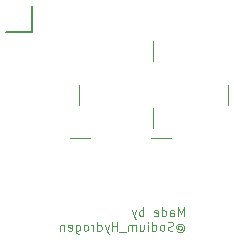
<source format=gbr>
G04 #@! TF.FileFunction,Legend,Bot*
%FSLAX46Y46*%
G04 Gerber Fmt 4.6, Leading zero omitted, Abs format (unit mm)*
G04 Created by KiCad (PCBNEW 4.0.7-e2-6376~61~ubuntu18.04.1) date Fri Aug 17 14:47:14 2018*
%MOMM*%
%LPD*%
G01*
G04 APERTURE LIST*
%ADD10C,0.100000*%
%ADD11C,0.120000*%
%ADD12C,0.150000*%
G04 APERTURE END LIST*
D10*
X153724629Y-113010786D02*
X153724629Y-112260786D01*
X153474629Y-112796500D01*
X153224629Y-112260786D01*
X153224629Y-113010786D01*
X152546057Y-113010786D02*
X152546057Y-112617929D01*
X152581771Y-112546500D01*
X152653200Y-112510786D01*
X152796057Y-112510786D01*
X152867486Y-112546500D01*
X152546057Y-112975071D02*
X152617486Y-113010786D01*
X152796057Y-113010786D01*
X152867486Y-112975071D01*
X152903200Y-112903643D01*
X152903200Y-112832214D01*
X152867486Y-112760786D01*
X152796057Y-112725071D01*
X152617486Y-112725071D01*
X152546057Y-112689357D01*
X151867486Y-113010786D02*
X151867486Y-112260786D01*
X151867486Y-112975071D02*
X151938915Y-113010786D01*
X152081772Y-113010786D01*
X152153200Y-112975071D01*
X152188915Y-112939357D01*
X152224629Y-112867929D01*
X152224629Y-112653643D01*
X152188915Y-112582214D01*
X152153200Y-112546500D01*
X152081772Y-112510786D01*
X151938915Y-112510786D01*
X151867486Y-112546500D01*
X151224629Y-112975071D02*
X151296058Y-113010786D01*
X151438915Y-113010786D01*
X151510344Y-112975071D01*
X151546058Y-112903643D01*
X151546058Y-112617929D01*
X151510344Y-112546500D01*
X151438915Y-112510786D01*
X151296058Y-112510786D01*
X151224629Y-112546500D01*
X151188915Y-112617929D01*
X151188915Y-112689357D01*
X151546058Y-112760786D01*
X150296058Y-113010786D02*
X150296058Y-112260786D01*
X150296058Y-112546500D02*
X150224629Y-112510786D01*
X150081772Y-112510786D01*
X150010343Y-112546500D01*
X149974629Y-112582214D01*
X149938915Y-112653643D01*
X149938915Y-112867929D01*
X149974629Y-112939357D01*
X150010343Y-112975071D01*
X150081772Y-113010786D01*
X150224629Y-113010786D01*
X150296058Y-112975071D01*
X149688915Y-112510786D02*
X149510344Y-113010786D01*
X149331772Y-112510786D02*
X149510344Y-113010786D01*
X149581772Y-113189357D01*
X149617487Y-113225071D01*
X149688915Y-113260786D01*
X153260343Y-113878643D02*
X153296057Y-113842929D01*
X153367486Y-113807214D01*
X153438914Y-113807214D01*
X153510343Y-113842929D01*
X153546057Y-113878643D01*
X153581771Y-113950071D01*
X153581771Y-114021500D01*
X153546057Y-114092929D01*
X153510343Y-114128643D01*
X153438914Y-114164357D01*
X153367486Y-114164357D01*
X153296057Y-114128643D01*
X153260343Y-114092929D01*
X153260343Y-113807214D02*
X153260343Y-114092929D01*
X153224629Y-114128643D01*
X153188914Y-114128643D01*
X153117486Y-114092929D01*
X153081771Y-114021500D01*
X153081771Y-113842929D01*
X153153200Y-113735786D01*
X153260343Y-113664357D01*
X153403200Y-113628643D01*
X153546057Y-113664357D01*
X153653200Y-113735786D01*
X153724629Y-113842929D01*
X153760343Y-113985786D01*
X153724629Y-114128643D01*
X153653200Y-114235786D01*
X153546057Y-114307214D01*
X153403200Y-114342929D01*
X153260343Y-114307214D01*
X153153200Y-114235786D01*
X152796057Y-114200071D02*
X152688914Y-114235786D01*
X152510343Y-114235786D01*
X152438914Y-114200071D01*
X152403200Y-114164357D01*
X152367485Y-114092929D01*
X152367485Y-114021500D01*
X152403200Y-113950071D01*
X152438914Y-113914357D01*
X152510343Y-113878643D01*
X152653200Y-113842929D01*
X152724628Y-113807214D01*
X152760343Y-113771500D01*
X152796057Y-113700071D01*
X152796057Y-113628643D01*
X152760343Y-113557214D01*
X152724628Y-113521500D01*
X152653200Y-113485786D01*
X152474628Y-113485786D01*
X152367485Y-113521500D01*
X151938914Y-114235786D02*
X152010342Y-114200071D01*
X152046057Y-114164357D01*
X152081771Y-114092929D01*
X152081771Y-113878643D01*
X152046057Y-113807214D01*
X152010342Y-113771500D01*
X151938914Y-113735786D01*
X151831771Y-113735786D01*
X151760342Y-113771500D01*
X151724628Y-113807214D01*
X151688914Y-113878643D01*
X151688914Y-114092929D01*
X151724628Y-114164357D01*
X151760342Y-114200071D01*
X151831771Y-114235786D01*
X151938914Y-114235786D01*
X151046057Y-114235786D02*
X151046057Y-113485786D01*
X151046057Y-114200071D02*
X151117486Y-114235786D01*
X151260343Y-114235786D01*
X151331771Y-114200071D01*
X151367486Y-114164357D01*
X151403200Y-114092929D01*
X151403200Y-113878643D01*
X151367486Y-113807214D01*
X151331771Y-113771500D01*
X151260343Y-113735786D01*
X151117486Y-113735786D01*
X151046057Y-113771500D01*
X150688915Y-114235786D02*
X150688915Y-113735786D01*
X150688915Y-113485786D02*
X150724629Y-113521500D01*
X150688915Y-113557214D01*
X150653200Y-113521500D01*
X150688915Y-113485786D01*
X150688915Y-113557214D01*
X150010343Y-113735786D02*
X150010343Y-114235786D01*
X150331772Y-113735786D02*
X150331772Y-114128643D01*
X150296057Y-114200071D01*
X150224629Y-114235786D01*
X150117486Y-114235786D01*
X150046057Y-114200071D01*
X150010343Y-114164357D01*
X149653201Y-114235786D02*
X149653201Y-113735786D01*
X149653201Y-113807214D02*
X149617486Y-113771500D01*
X149546058Y-113735786D01*
X149438915Y-113735786D01*
X149367486Y-113771500D01*
X149331772Y-113842929D01*
X149331772Y-114235786D01*
X149331772Y-113842929D02*
X149296058Y-113771500D01*
X149224629Y-113735786D01*
X149117486Y-113735786D01*
X149046058Y-113771500D01*
X149010343Y-113842929D01*
X149010343Y-114235786D01*
X148831772Y-114307214D02*
X148260343Y-114307214D01*
X148081772Y-114235786D02*
X148081772Y-113485786D01*
X148081772Y-113842929D02*
X147653200Y-113842929D01*
X147653200Y-114235786D02*
X147653200Y-113485786D01*
X147367486Y-113735786D02*
X147188915Y-114235786D01*
X147010343Y-113735786D02*
X147188915Y-114235786D01*
X147260343Y-114414357D01*
X147296058Y-114450071D01*
X147367486Y-114485786D01*
X146403200Y-114235786D02*
X146403200Y-113485786D01*
X146403200Y-114200071D02*
X146474629Y-114235786D01*
X146617486Y-114235786D01*
X146688914Y-114200071D01*
X146724629Y-114164357D01*
X146760343Y-114092929D01*
X146760343Y-113878643D01*
X146724629Y-113807214D01*
X146688914Y-113771500D01*
X146617486Y-113735786D01*
X146474629Y-113735786D01*
X146403200Y-113771500D01*
X146046058Y-114235786D02*
X146046058Y-113735786D01*
X146046058Y-113878643D02*
X146010343Y-113807214D01*
X145974629Y-113771500D01*
X145903200Y-113735786D01*
X145831772Y-113735786D01*
X145474629Y-114235786D02*
X145546057Y-114200071D01*
X145581772Y-114164357D01*
X145617486Y-114092929D01*
X145617486Y-113878643D01*
X145581772Y-113807214D01*
X145546057Y-113771500D01*
X145474629Y-113735786D01*
X145367486Y-113735786D01*
X145296057Y-113771500D01*
X145260343Y-113807214D01*
X145224629Y-113878643D01*
X145224629Y-114092929D01*
X145260343Y-114164357D01*
X145296057Y-114200071D01*
X145367486Y-114235786D01*
X145474629Y-114235786D01*
X144581772Y-113735786D02*
X144581772Y-114342929D01*
X144617486Y-114414357D01*
X144653201Y-114450071D01*
X144724629Y-114485786D01*
X144831772Y-114485786D01*
X144903201Y-114450071D01*
X144581772Y-114200071D02*
X144653201Y-114235786D01*
X144796058Y-114235786D01*
X144867486Y-114200071D01*
X144903201Y-114164357D01*
X144938915Y-114092929D01*
X144938915Y-113878643D01*
X144903201Y-113807214D01*
X144867486Y-113771500D01*
X144796058Y-113735786D01*
X144653201Y-113735786D01*
X144581772Y-113771500D01*
X143938915Y-114200071D02*
X144010344Y-114235786D01*
X144153201Y-114235786D01*
X144224630Y-114200071D01*
X144260344Y-114128643D01*
X144260344Y-113842929D01*
X144224630Y-113771500D01*
X144153201Y-113735786D01*
X144010344Y-113735786D01*
X143938915Y-113771500D01*
X143903201Y-113842929D01*
X143903201Y-113914357D01*
X144260344Y-113985786D01*
X143581773Y-113735786D02*
X143581773Y-114235786D01*
X143581773Y-113807214D02*
X143546058Y-113771500D01*
X143474630Y-113735786D01*
X143367487Y-113735786D01*
X143296058Y-113771500D01*
X143260344Y-113842929D01*
X143260344Y-114235786D01*
D11*
X150970400Y-106416800D02*
X152670400Y-106416800D01*
X144112400Y-106366000D02*
X145812400Y-106366000D01*
X157417600Y-101918400D02*
X157417600Y-103618400D01*
X151067600Y-103848800D02*
X151067600Y-105548800D01*
X151067600Y-98159200D02*
X151067600Y-99859200D01*
X144819200Y-101918400D02*
X144819200Y-103618400D01*
D12*
X140901100Y-97403600D02*
X138701100Y-97403600D01*
X140901100Y-95203600D02*
X140901100Y-97403600D01*
M02*

</source>
